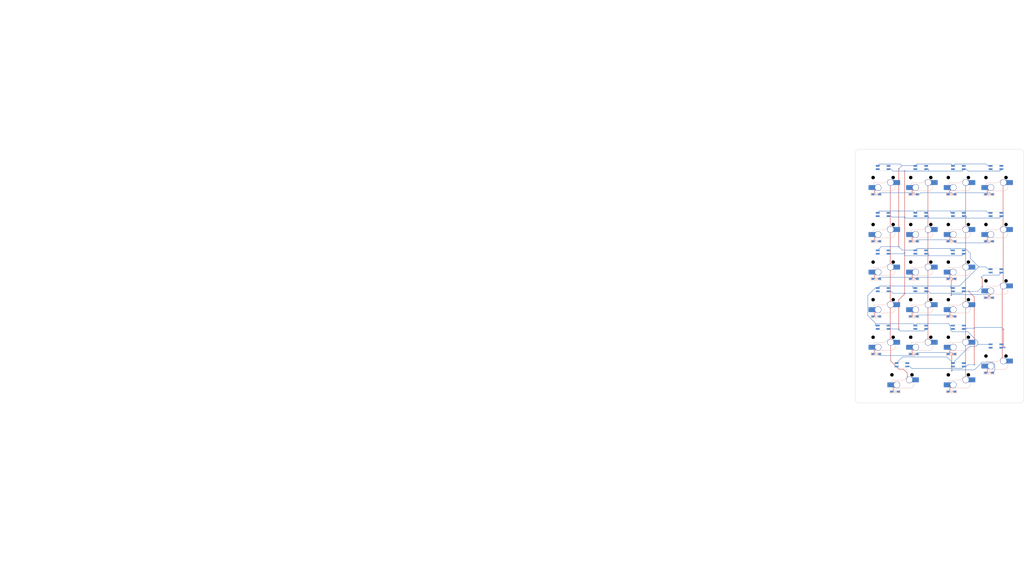
<source format=kicad_pcb>
(kicad_pcb (version 20241229) (generator "pcbnew") (generator_version "9.0")
  (title_block (title "DeltaForm") (date "2025-07-02") (rev "0.3.3") (company "Allen Choi"))
  (layers (0 "F.Cu" signal) (2 "B.Cu" signal) (13 "F.Paste" user) (15 "B.Paste" user) (5 "F.SilkS" user "F.Silkscreen") (7 "B.SilkS" user "B.Silkscreen") (1 "F.Mask" user) (3 "B.Mask" user) (25 "Edge.Cuts" user))
  (net 0 "")
  (net 1 "GND")
  (net 2 "row_12")
  (net 3 "Net-(D1-A)")
  (net 4 "row_13")
  (net 5 "Net-(D2-A)")
  (net 6 "col_4")
  (net 7 "Net-(D3-A)")
  (net 8 "Net-(D4-A)")
  (net 9 "col_3")
  (net 10 "Net-(D5-A)")
  (net 11 "Net-(D6-A)")
  (net 12 "Net-(D7-A)")
  (net 13 "Net-(D8-A)")
  (net 14 "row_14")
  (net 15 "Net-(D9-A)")
  (net 16 "Net-(D10-A)")
  (net 17 "Net-(D11-A)")
  (net 18 "Net-(D12-A)")
  (net 19 "row_15")
  (net 20 "Net-(D13-A)")
  (net 21 "Net-(D14-A)")
  (net 22 "Net-(D15-A)")
  (net 23 "row_16")
  (net 24 "VCC")
  (net 25 "Net-(D16-A)")
  (net 26 "Net-(D17-A)")
  (net 27 "row_17")
  (net 28 "Net-(D18-A)")
  (net 29 "Net-(D19-A)")
  (net 30 "Net-(D20-A)")
  (net 31 "Net-(D21-A)")
  (net 32 "col_5")
  (net 33 "col_6")
  (footprint "TB2086_KEYSWITCH:SW_MX_HS_1u" (layer "F.Cu") (at 447.3 151.9125 180)
    (property "Reference" "S12" (hide yes))
    (property "Value" "SW_MX_HS")
  )
  (footprint "TB2086_KEYSWITCH:SW_MX_HS_1u" (layer "F.Cu") (at 485.4 113.8125 180)
    (property "Reference" "S6" (hide yes))
    (property "Value" "SW_MX_HS")
  )
  (footprint "TB2086_KEYSWITCH:SW_MX_HS_1u" (layer "F.Cu") (at 466.35 151.9125 180)
    (property "Reference" "S13" (hide yes))
    (property "Value" "SW_MX_HS")
  )
  (footprint "Stabilizer_Cherry_MX_2.00u" (layer "F.Cu") (at 456.825 190.0125)
    (property "Reference" "STB3" (hide yes))
    (property "Value" "MX_stab")
  )
  (footprint "TB2086_KEYSWITCH:SW_MX_HS_1u" (layer "F.Cu") (at 485.4 151.9125 180)
    (property "Reference" "S14" (hide yes))
    (property "Value" "SW_MX_HS")
  )
  (footprint "TB2086_KEYSWITCH:SW_MX_HS_1u" (layer "F.Cu") (at 466.35 132.8625 180)
    (property "Reference" "S10" (hide yes))
    (property "Value" "SW_MX_HS")
  )
  (footprint "TB2086_KEYSWITCH:SW_MX_HS_1u" (layer "F.Cu") (at 485.4 170.9625 180)
    (property "Reference" "S17" (hide yes))
    (property "Value" "SW_MX_HS")
  )
  (footprint "TB2086_KEYSWITCH:SW_MX_HS_1u" (layer "F.Cu") (at 504.45 180.4875 180)
    (property "Reference" "S20" (hide yes))
    (property "Value" "SW_MX_HS")
  )
  (footprint "TB2086_KEYSWITCH:SW_MX_HS_1u" (layer "F.Cu") (at 466.35 170.9625 180)
    (property "Reference" "S16" (hide yes))
    (property "Value" "SW_MX_HS")
  )
  (footprint "TB2086_KEYSWITCH:SW_MX_HS_1u" (layer "F.Cu") (at 447.3 170.9625 180)
    (property "Reference" "S15" (hide yes))
    (property "Value" "SW_MX_HS")
  )
  (footprint "TB2086_KEYSWITCH:SW_MX_HS_1u" (layer "F.Cu") (at 504.45 142.3875 180)
    (property "Reference" "S19" (hide yes))
    (property "Value" "SW_MX_HS")
  )
  (footprint "Stabilizer_Cherry_MX_2.00u" (layer "F.Cu") (at 504.45 142.3875 -90)
    (property "Reference" "STB1" (hide yes))
    (property "Value" "MX_stab")
  )
  (footprint "TB2086_KEYSWITCH:SW_MX_HS_1u" (layer "F.Cu") (at 466.35 113.8125 180)
    (property "Reference" "S4" (hide yes))
    (property "Value" "SW_MX_HS")
  )
  (footprint "TB2086_KEYSWITCH:SW_MX_HS_1u" (layer "F.Cu") (at 485.4 132.8625 180)
    (property "Reference" "S11" (hide yes))
    (property "Value" "SW_MX_HS")
  )
  (footprint "TB2086_KEYSWITCH:SW_MX_HS_1u" (layer "F.Cu") (at 447.3 113.8125 180)
    (property "Reference" "S2" (hide yes))
    (property "Value" "SW_MX_HS")
  )
  (footprint "TB2086_KEYSWITCH:SW_MX_HS_1u" (layer "F.Cu") (at 485.4 190.0125 180)
    (property "Reference" "S18" (hide yes))
    (property "Value" "SW_MX_HS")
  )
  (footprint "TB2086_KEYSWITCH:SW_MX_HS_2u" (layer "F.Cu") (at 456.825 190.0125 180)
    (property "Reference" "S21")
    (property "Value" "SW_MX_HS" (hide yes))
  )
  (footprint "Stabilizer_Cherry_MX_2.00u" (layer "F.Cu") (at 504.45 180.4875 -90)
    (property "Reference" "STB2" (hide yes))
    (property "Value" "MX_stab")
  )
  (footprint "TB2086_KEYSWITCH:SW_MX_HS_1u" (layer "F.Cu") (at 447.3 132.8625 180)
    (property "Reference" "S9" (hide yes))
    (property "Value" "SW_MX_HS")
  )
  (footprint "TB2086_KEYSWITCH:SW_MX_HS_1u" (layer "F.Cu") (at 466.35 90 180)
    (property "Reference" "S3" (hide yes))
    (property "Value" "SW_MX_HS")
  )
  (footprint "TB2086_KEYSWITCH:SW_MX_HS_1u" (layer "F.Cu") (at 504.45 113.8125 180)
    (property "Reference" "S8" (hide yes))
    (property "Value" "SW_MX_HS")
  )
  (footprint "TB2086_KEYSWITCH:SW_MX_HS_1u" (layer "F.Cu") (at 504.45 90 180)
    (property "Reference" "S7" (hide yes))
    (property "Value" "SW_MX_HS")
  )
  (footprint "TB2086_KEYSWITCH:SW_MX_HS_1u" (layer "F.Cu") (at 485.4 90 180)
    (property "Reference" "S5" (hide yes))
    (property "Value" "SW_MX_HS")
  )
  (footprint "TB2086_KEYSWITCH:SW_MX_HS_1u" (layer "F.Cu") (at 447.3 90 180)
    (property "Reference" "S1" (hide yes))
    (property "Value" "SW_MX_HS")
  )
  (footprint "TB2086_LED:LED_SK6812MINI-E" (layer "B.Cu") (at 466.35 146.8325)
    (property "Reference" "L13")
    (property "Value" "TB2086_LED:LED_SK6812MINI-E" (hide yes))
    (fp_line (start -1.7 -1.5) (end 1.7 -1.5) (stroke (width 0.12)) (layer "Edge.Cuts"))
    (fp_line (start -1.7 1.5) (end -1.7 -1.5) (stroke (width 0.12)) (layer "Edge.Cuts"))
    (fp_line (start 1.7 -1.5) (end 1.7 1.5) (stroke (width 0.12)) (layer "Edge.Cuts"))
    (fp_line (start 1.7 1.5) (end -1.7 1.5) (stroke (width 0.12)) (layer "Edge.Cuts"))
  )
  (footprint "TB2086_SMD:D3_SMD" (layer "B.Cu") (at 481.9 160.4125 180)
    (property "Reference" "D14" (hide yes))
    (property "Value" "1N4148W")
  )
  (footprint "TB2086_LED:LED_SK6812MINI-E" (layer "B.Cu") (at 447.3 84.92)
    (property "Reference" "L1")
    (property "Value" "TB2086_LED:LED_SK6812MINI-E" (hide yes))
    (fp_line (start -1.7 -1.5) (end 1.7 -1.5) (stroke (width 0.12)) (layer "Edge.Cuts"))
    (fp_line (start -1.7 1.5) (end -1.7 -1.5) (stroke (width 0.12)) (layer "Edge.Cuts"))
    (fp_line (start 1.7 -1.5) (end 1.7 1.5) (stroke (width 0.12)) (layer "Edge.Cuts"))
    (fp_line (start 1.7 1.5) (end -1.7 1.5) (stroke (width 0.12)) (layer "Edge.Cuts"))
  )
  (footprint "TB2086_SMD:D3_SMD" (layer "B.Cu") (at 462.85 160.4125 180)
    (property "Reference" "D13" (hide yes))
    (property "Value" "1N4148W")
  )
  (footprint "TB2086_SMD:D3_SMD" (layer "B.Cu") (at 500.95 122.3125 180)
    (property "Reference" "D8" (hide yes))
    (property "Value" "1N4148W")
  )
  (footprint "TB2086_SMD:D3_SMD" (layer "B.Cu") (at 500.95 150.8875 180)
    (property "Reference" "D19" (hide yes))
    (property "Value" "1N4148W")
  )
  (footprint "TB2086_SMD:D3_SMD" (layer "B.Cu") (at 500.95 98.5 180)
    (property "Reference" "D7" (hide yes))
    (property "Value" "1N4148W")
  )
  (footprint "TB2086_LED:LED_SK6812MINI-E" (layer "B.Cu") (at 466.35 84.92)
    (property "Reference" "L3")
    (property "Value" "TB2086_LED:LED_SK6812MINI-E" (hide yes))
    (fp_line (start -1.7 -1.5) (end 1.7 -1.5) (stroke (width 0.12)) (layer "Edge.Cuts"))
    (fp_line (start -1.7 1.5) (end -1.7 -1.5) (stroke (width 0.12)) (layer "Edge.Cuts"))
    (fp_line (start 1.7 -1.5) (end 1.7 1.5) (stroke (width 0.12)) (layer "Edge.Cuts"))
    (fp_line (start 1.7 1.5) (end -1.7 1.5) (stroke (width 0.12)) (layer "Edge.Cuts"))
  )
  (footprint "TB2086_LED:LED_SK6812MINI-E" (layer "B.Cu") (at 504.45 108.7325)
    (property "Reference" "L8")
    (property "Value" "TB2086_LED:LED_SK6812MINI-E" (hide yes))
    (fp_line (start -1.7 -1.5) (end 1.7 -1.5) (stroke (width 0.12)) (layer "Edge.Cuts"))
    (fp_line (start -1.7 1.5) (end -1.7 -1.5) (stroke (width 0.12)) (layer "Edge.Cuts"))
    (fp_line (start 1.7 -1.5) (end 1.7 1.5) (stroke (width 0.12)) (layer "Edge.Cuts"))
    (fp_line (start 1.7 1.5) (end -1.7 1.5) (stroke (width 0.12)) (layer "Edge.Cuts"))
  )
  (footprint "TB2086_SMD:D3_SMD" (layer "B.Cu") (at 443.8 141.3625 180)
    (property "Reference" "D9" (hide yes))
    (property "Value" "1N4148W")
  )
  (footprint "TB2086_LED:LED_SK6812MINI-E" (layer "B.Cu") (at 447.3 127.7825)
    (property "Reference" "L9")
    (property "Value" "TB2086_LED:LED_SK6812MINI-E" (hide yes))
    (fp_line (start -1.7 -1.5) (end 1.7 -1.5) (stroke (width 0.12)) (layer "Edge.Cuts"))
    (fp_line (start -1.7 1.5) (end -1.7 -1.5) (stroke (width 0.12)) (layer "Edge.Cuts"))
    (fp_line (start 1.7 -1.5) (end 1.7 1.5) (stroke (width 0.12)) (layer "Edge.Cuts"))
    (fp_line (start 1.7 1.5) (end -1.7 1.5) (stroke (width 0.12)) (layer "Edge.Cuts"))
  )
  (footprint "TB2086_LED:LED_SK6812MINI-E" (layer "B.Cu") (at 485.4 108.7325)
    (property "Reference" "L6")
    (property "Value" "TB2086_LED:LED_SK6812MINI-E" (hide yes))
    (fp_line (start -1.7 -1.5) (end 1.7 -1.5) (stroke (width 0.12)) (layer "Edge.Cuts"))
    (fp_line (start -1.7 1.5) (end -1.7 -1.5) (stroke (width 0.12)) (layer "Edge.Cuts"))
    (fp_line (start 1.7 -1.5) (end 1.7 1.5) (stroke (width 0.12)) (layer "Edge.Cuts"))
    (fp_line (start 1.7 1.5) (end -1.7 1.5) (stroke (width 0.12)) (layer "Edge.Cuts"))
  )
  (footprint "TB2086_LED:LED_SK6812MINI-E" (layer "B.Cu") (at 485.4 146.8325)
    (property "Reference" "L14")
    (property "Value" "TB2086_LED:LED_SK6812MINI-E" (hide yes))
    (fp_line (start -1.7 -1.5) (end 1.7 -1.5) (stroke (width 0.12)) (layer "Edge.Cuts"))
    (fp_line (start -1.7 1.5) (end -1.7 -1.5) (stroke (width 0.12)) (layer "Edge.Cuts"))
    (fp_line (start 1.7 -1.5) (end 1.7 1.5) (stroke (width 0.12)) (layer "Edge.Cuts"))
    (fp_line (start 1.7 1.5) (end -1.7 1.5) (stroke (width 0.12)) (layer "Edge.Cuts"))
  )
  (footprint "TB2086_SMD:D3_SMD" (layer "B.Cu") (at 462.85 141.3625 180)
    (property "Reference" "D10" (hide yes))
    (property "Value" "1N4148W")
  )
  (footprint "TB2086_LED:LED_SK6812MINI-E" (layer "B.Cu") (at 504.45 137.3075)
    (property "Reference" "L19")
    (property "Value" "TB2086_LED:LED_SK6812MINI-E" (hide yes))
    (fp_line (start -1.7 -1.5) (end 1.7 -1.5) (stroke (width 0.12)) (layer "Edge.Cuts"))
    (fp_line (start -1.7 1.5) (end -1.7 -1.5) (stroke (width 0.12)) (layer "Edge.Cuts"))
    (fp_line (start 1.7 -1.5) (end 1.7 1.5) (stroke (width 0.12)) (layer "Edge.Cuts"))
    (fp_line (start 1.7 1.5) (end -1.7 1.5) (stroke (width 0.12)) (layer "Edge.Cuts"))
  )
  (footprint "TB2086_LED:LED_SK6812MINI-E" (layer "B.Cu") (at 466.35 165.8825)
    (property "Reference" "L16")
    (property "Value" "TB2086_LED:LED_SK6812MINI-E" (hide yes))
    (fp_line (start -1.7 -1.5) (end 1.7 -1.5) (stroke (width 0.12)) (layer "Edge.Cuts"))
    (fp_line (start -1.7 1.5) (end -1.7 -1.5) (stroke (width 0.12)) (layer "Edge.Cuts"))
    (fp_line (start 1.7 -1.5) (end 1.7 1.5) (stroke (width 0.12)) (layer "Edge.Cuts"))
    (fp_line (start 1.7 1.5) (end -1.7 1.5) (stroke (width 0.12)) (layer "Edge.Cuts"))
  )
  (footprint "TB2086_LED:LED_SK6812MINI-E" (layer "B.Cu") (at 466.35 127.7825)
    (property "Reference" "L10")
    (property "Value" "TB2086_LED:LED_SK6812MINI-E" (hide yes))
    (fp_line (start -1.7 -1.5) (end 1.7 -1.5) (stroke (width 0.12)) (layer "Edge.Cuts"))
    (fp_line (start -1.7 1.5) (end -1.7 -1.5) (stroke (width 0.12)) (layer "Edge.Cuts"))
    (fp_line (start 1.7 -1.5) (end 1.7 1.5) (stroke (width 0.12)) (layer "Edge.Cuts"))
    (fp_line (start 1.7 1.5) (end -1.7 1.5) (stroke (width 0.12)) (layer "Edge.Cuts"))
  )
  (footprint "TB2086_SMD:D3_SMD" (layer "B.Cu") (at 481.9 141.3625 180)
    (property "Reference" "D11" (hide yes))
    (property "Value" "1N4148W")
  )
  (footprint "TB2086_LED:LED_SK6812MINI-E" (layer "B.Cu") (at 485.4 184.9325)
    (property "Reference" "L18")
    (property "Value" "TB2086_LED:LED_SK6812MINI-E" (hide yes))
    (fp_line (start -1.7 -1.5) (end 1.7 -1.5) (stroke (width 0.12)) (layer "Edge.Cuts"))
    (fp_line (start -1.7 1.5) (end -1.7 -1.5) (stroke (width 0.12)) (layer "Edge.Cuts"))
    (fp_line (start 1.7 -1.5) (end 1.7 1.5) (stroke (width 0.12)) (layer "Edge.Cuts"))
    (fp_line (start 1.7 1.5) (end -1.7 1.5) (stroke (width 0.12)) (layer "Edge.Cuts"))
  )
  (footprint "TB2086_SMD:D3_SMD" (layer "B.Cu") (at 481.9 122.3125 180)
    (property "Reference" "D6" (hide yes))
    (property "Value" "1N4148W")
  )
  (footprint "TB2086_LED:LED_SK6812MINI-E" (layer "B.Cu") (at 485.4 84.92)
    (property "Reference" "L5")
    (property "Value" "TB2086_LED:LED_SK6812MINI-E" (hide yes))
    (fp_line (start -1.7 -1.5) (end 1.7 -1.5) (stroke (width 0.12)) (layer "Edge.Cuts"))
    (fp_line (start -1.7 1.5) (end -1.7 -1.5) (stroke (width 0.12)) (layer "Edge.Cuts"))
    (fp_line (start 1.7 -1.5) (end 1.7 1.5) (stroke (width 0.12)) (layer "Edge.Cuts"))
    (fp_line (start 1.7 1.5) (end -1.7 1.5) (stroke (width 0.12)) (layer "Edge.Cuts"))
  )
  (footprint "TB2086_LED:LED_SK6812MINI-E" (layer "B.Cu") (at 485.4 165.8825)
    (property "Reference" "L17")
    (property "Value" "TB2086_LED:LED_SK6812MINI-E" (hide yes))
    (fp_line (start -1.7 -1.5) (end 1.7 -1.5) (stroke (width 0.12)) (layer "Edge.Cuts"))
    (fp_line (start -1.7 1.5) (end -1.7 -1.5) (stroke (width 0.12)) (layer "Edge.Cuts"))
    (fp_line (start 1.7 -1.5) (end 1.7 1.5) (stroke (width 0.12)) (layer "Edge.Cuts"))
    (fp_line (start 1.7 1.5) (end -1.7 1.5) (stroke (width 0.12)) (layer "Edge.Cuts"))
  )
  (footprint "TB2086_SMD:D3_SMD" (layer "B.Cu") (at 453.325 198.5125 180)
    (property "Reference" "D21" (hide yes))
    (property "Value" "1N4148W")
  )
  (footprint "TB2086_SMD:D3_SMD" (layer "B.Cu") (at 481.9 198.5125 180)
    (property "Reference" "D18" (hide yes))
    (property "Value" "1N4148W")
  )
  (footprint "TB2086_LED:LED_SK6812MINI-E" (layer "B.Cu") (at 466.35 108.7325)
    (property "Reference" "L4")
    (property "Value" "TB2086_LED:LED_SK6812MINI-E" (hide yes))
    (fp_line (start -1.7 -1.5) (end 1.7 -1.5) (stroke (width 0.12)) (layer "Edge.Cuts"))
    (fp_line (start -1.7 1.5) (end -1.7 -1.5) (stroke (width 0.12)) (layer "Edge.Cuts"))
    (fp_line (start 1.7 -1.5) (end 1.7 1.5) (stroke (width 0.12)) (layer "Edge.Cuts"))
    (fp_line (start 1.7 1.5) (end -1.7 1.5) (stroke (width 0.12)) (layer "Edge.Cuts"))
  )
  (footprint "TB2086_SMD:D3_SMD" (layer "B.Cu") (at 462.85 179.4625 180)
    (property "Reference" "D16" (hide yes))
    (property "Value" "1N4148W")
  )
  (footprint "TB2086_SMD:D3_SMD" (layer "B.Cu") (at 462.85 122.3125 180)
    (property "Reference" "D4" (hide yes))
    (property "Value" "1N4148W")
  )
  (footprint "TB2086_SMD:D3_SMD" (layer "B.Cu") (at 500.95 188.9875 180)
    (property "Reference" "D20" (hide yes))
    (property "Value" "1N4148W")
  )
  (footprint "TB2086_LED:LED_SK6812MINI-E" (layer "B.Cu") (at 447.3 146.8325)
    (property "Reference" "L12")
    (property "Value" "TB2086_LED:LED_SK6812MINI-E" (hide yes))
    (fp_line (start -1.7 -1.5) (end 1.7 -1.5) (stroke (width 0.12)) (layer "Edge.Cuts"))
    (fp_line (start -1.7 1.5) (end -1.7 -1.5) (stroke (width 0.12)) (layer "Edge.Cuts"))
    (fp_line (start 1.7 -1.5) (end 1.7 1.5) (stroke (width 0.12)) (layer "Edge.Cuts"))
    (fp_line (start 1.7 1.5) (end -1.7 1.5) (stroke (width 0.12)) (layer "Edge.Cuts"))
  )
  (footprint "TB2086_SMD:D3_SMD" (layer "B.Cu") (at 443.8 122.3125 180)
    (property "Reference" "D2" (hide yes))
    (property "Value" "1N4148W")
  )
  (footprint "TB2086_LED:LED_SK6812MINI-E" (layer "B.Cu") (at 485.4 127.7825)
    (property "Reference" "L11")
    (property "Value" "TB2086_LED:LED_SK6812MINI-E" (hide yes))
    (fp_line (start -1.7 -1.5) (end 1.7 -1.5) (stroke (width 0.12)) (layer "Edge.Cuts"))
    (fp_line (start -1.7 1.5) (end -1.7 -1.5) (stroke (width 0.12)) (layer "Edge.Cuts"))
    (fp_line (start 1.7 -1.5) (end 1.7 1.5) (stroke (width 0.12)) (layer "Edge.Cuts"))
    (fp_line (start 1.7 1.5) (end -1.7 1.5) (stroke (width 0.12)) (layer "Edge.Cuts"))
  )
  (footprint "TB2086_SMD:D3_SMD" (layer "B.Cu") (at 443.8 98.5 180)
    (property "Reference" "D1" (hide yes))
    (property "Value" "1N4148W")
  )
  (footprint "TB2086_LED:LED_SK6812MINI-E" (layer "B.Cu") (at 447.3 108.7325)
    (property "Reference" "L2")
    (property "Value" "TB2086_LED:LED_SK6812MINI-E" (hide yes))
    (fp_line (start -1.7 -1.5) (end 1.7 -1.5) (stroke (width 0.12)) (layer "Edge.Cuts"))
    (fp_line (start -1.7 1.5) (end -1.7 -1.5) (stroke (width 0.12)) (layer "Edge.Cuts"))
    (fp_line (start 1.7 -1.5) (end 1.7 1.5) (stroke (width 0.12)) (layer "Edge.Cuts"))
    (fp_line (start 1.7 1.5) (end -1.7 1.5) (stroke (width 0.12)) (layer "Edge.Cuts"))
  )
  (footprint "TB2086_SMD:D3_SMD" (layer "B.Cu") (at 462.85 98.5 180)
    (property "Reference" "D3" (hide yes))
    (property "Value" "1N4148W")
  )
  (footprint "TB2086_SMD:D3_SMD" (layer "B.Cu") (at 443.8 179.4625 180)
    (property "Reference" "D15" (hide yes))
    (property "Value" "1N4148W")
  )
  (footprint "TB2086_LED:LED_SK6812MINI-E" (layer "B.Cu") (at 456.825 184.9325)
    (property "Reference" "L21")
    (property "Value" "TB2086_LED:LED_SK6812MINI-E" (hide yes))
    (fp_line (start -1.7 -1.5) (end 1.7 -1.5) (stroke (width 0.12)) (layer "Edge.Cuts"))
    (fp_line (start -1.7 1.5) (end -1.7 -1.5) (stroke (width 0.12)) (layer "Edge.Cuts"))
    (fp_line (start 1.7 -1.5) (end 1.7 1.5) (stroke (width 0.12)) (layer "Edge.Cuts"))
    (fp_line (start 1.7 1.5) (end -1.7 1.5) (stroke (width 0.12)) (layer "Edge.Cuts"))
  )
  (footprint "TB2086_SMD:D3_SMD" (layer "B.Cu") (at 481.9 98.5 180)
    (property "Reference" "D5" (hide yes))
    (property "Value" "1N4148W")
  )
  (footprint "TB2086_LED:LED_SK6812MINI-E" (layer "B.Cu") (at 504.45 84.92)
    (property "Reference" "L7")
    (property "Value" "TB2086_LED:LED_SK6812MINI-E" (hide yes))
    (fp_line (start -1.7 -1.5) (end 1.7 -1.5) (stroke (width 0.12)) (layer "Edge.Cuts"))
    (fp_line (start -1.7 1.5) (end -1.7 -1.5) (stroke (width 0.12)) (layer "Edge.Cuts"))
    (fp_line (start 1.7 -1.5) (end 1.7 1.5) (stroke (width 0.12)) (layer "Edge.Cuts"))
    (fp_line (start 1.7 1.5) (end -1.7 1.5) (stroke (width 0.12)) (layer "Edge.Cuts"))
  )
  (footprint "TB2086_LED:LED_SK6812MINI-E" (layer "B.Cu") (at 504.45 175.4075)
    (property "Reference" "L20")
    (property "Value" "TB2086_LED:LED_SK6812MINI-E" (hide yes))
    (fp_line (start -1.7 -1.5) (end 1.7 -1.5) (stroke (width 0.12)) (layer "Edge.Cuts"))
    (fp_line (start -1.7 1.5) (end -1.7 -1.5) (stroke (width 0.12)) (layer "Edge.Cuts"))
    (fp_line (start 1.7 -1.5) (end 1.7 1.5) (stroke (width 0.12)) (layer "Edge.Cuts"))
    (fp_line (start 1.7 1.5) (end -1.7 1.5) (stroke (width 0.12)) (layer "Edge.Cuts"))
  )
  (footprint "TB2086_SMD:D3_SMD" (layer "B.Cu") (at 443.8 160.4125 180)
    (property "Reference" "D12" (hide yes))
    (property "Value" "1N4148W")
  )
  (footprint "TB2086_LED:LED_SK6812MINI-E" (layer "B.Cu") (at 447.3 165.8825)
    (property "Reference" "L15")
    (property "Value" "TB2086_LED:LED_SK6812MINI-E" (hide yes))
    (fp_line (start -1.7 -1.5) (end 1.7 -1.5) (stroke (width 0.12)) (layer "Edge.Cuts"))
    (fp_line (start -1.7 1.5) (end -1.7 -1.5) (stroke (width 0.12)) (layer "Edge.Cuts"))
    (fp_line (start 1.7 -1.5) (end 1.7 1.5) (stroke (width 0.12)) (layer "Edge.Cuts"))
    (fp_line (start 1.7 1.5) (end -1.7 1.5) (stroke (width 0.12)) (layer "Edge.Cuts"))
  )
  (footprint "TB2086_SMD:D3_SMD" (layer "B.Cu") (at 481.9 179.4625 180)
    (property "Reference" "D17" (hide yes))
    (property "Value" "1N4148W")
  )
  (gr_arc (start 435.175 204.3) (mid 433.760786 203.714214) (end 433.175 202.3) (stroke (width 0.15)) (layer "Edge.Cuts"))
  (gr_arc (start 433.175 77.7125) (mid 433.760786 76.298286) (end 435.175 75.7125) (stroke (width 0.15)) (layer "Edge.Cuts"))
  (gr_line (start 518.575 77.7125) (end 518.575 202.3) (stroke (width 0.15)) (layer "Edge.Cuts"))
  (gr_arc (start 516.575 75.7125) (mid 517.989214 76.298286) (end 518.575 77.7125) (stroke (width 0.15)) (layer "Edge.Cuts"))
  (gr_line (start 516.575 204.3) (end 435.175 204.3) (stroke (width 0.15)) (layer "Edge.Cuts"))
  (gr_line (start 433.175 202.3) (end 433.175 77.7125) (stroke (width 0.15)) (layer "Edge.Cuts"))
  (gr_arc (start 518.575 202.3) (mid 517.989214 203.714214) (end 516.575 204.3) (stroke (width 0.15)) (layer "Edge.Cuts"))
  (gr_line (start 435.175 75.7125) (end 516.575 75.7125) (stroke (width 0.15)) (layer "Edge.Cuts"))
  (segment (start 493.4517 150.4991) (end 493.4517 166.4067) (width 0.2) (layer "F.Cu") (net 1))
  (segment (start 458.1653 128.0249) (end 458.1653 148.9906) (width 0.2) (layer "F.Cu") (net 1))
  (segment (start 458.1653 148.9906) (end 458.1653 148.6845) (width 0.2) (layer "F.Cu") (net 1))
  (segment (start 508.2655 166.9612) (end 508.2655 175.4854) (width 0.2) (layer "F.Cu") (net 1))
  (segment (start 458.1653 110.0543) (end 458.1653 128.0249) (width 0.2) (layer "F.Cu") (net 1))
  (segment (start 508.2655 175.4854) (end 508.9859 176.2058) (width 0.2) (layer "F.Cu") (net 1))
  (segment (start 493.4517 166.4067) (end 493.4517 184.7966) (width 0.2) (layer "F.Cu") (net 1))
  (segment (start 490.6351 147.6825) (end 493.4517 150.4991) (width 0.2) (layer "F.Cu") (net 1))
  (segment (start 455.2135 166.9612) (end 455.2135 151.9424) (width 0.2) (layer "F.Cu") (net 1))
  (segment (start 497.5242 141.0125) (end 497.0882 140.5765) (width 0.2) (layer "F.Cu") (net 1))
  (segment (start 497.5242 145.3522) (end 497.5242 141.0125) (width 0.2) (layer "F.Cu") (net 1))
  (segment (start 493.4517 184.7966) (end 493.5153 184.8602) (width 0.2) (layer "F.Cu") (net 1))
  (segment (start 455.2135 151.9424) (end 458.1653 148.9906) (width 0.2) (layer "F.Cu") (net 1))
  (segment (start 458.1653 110.0543) (end 458.1653 86.6998) (width 0.2) (layer "F.Cu") (net 1))
  (via (at 490.6351 147.6825) (size 0.6) (drill 0.3) (layers "F.Cu" "B.Cu") (net 1))
  (via (at 458.1653 148.6845) (size 0.6) (drill 0.3) (layers "F.Cu" "B.Cu") (net 1))
  (via (at 493.4517 166.4067) (size 0.6) (drill 0.3) (layers "F.Cu" "B.Cu") (net 1))
  (via (at 497.0882 140.5765) (size 0.6) (drill 0.3) (layers "F.Cu" "B.Cu") (net 1))
  (via (at 508.9859 176.2058) (size 0.6) (drill 0.3) (layers "F.Cu" "B.Cu") (net 1))
  (via (at 497.5242 145.3522) (size 0.6) (drill 0.3) (layers "F.Cu" "B.Cu") (net 1))
  (via (at 455.2135 166.9612) (size 0.6) (drill 0.3) (layers "F.Cu" "B.Cu") (net 1))
  (via (at 458.1653 86.6998) (size 0.6) (drill 0.3) (layers "F.Cu" "B.Cu") (net 1))
  (via (at 458.1653 110.0543) (size 0.6) (drill 0.3) (layers "F.Cu" "B.Cu") (net 1))
  (via (at 493.5153 184.8602) (size 0.6) (drill 0.3) (layers "F.Cu" "B.Cu") (net 1))
  (via (at 458.1653 128.0249) (size 0.6) (drill 0.3) (layers "F.Cu" "B.Cu") (net 1))
  (via (at 508.2655 166.9612) (size 0.6) (drill 0.3) (layers "F.Cu" "B.Cu") (net 1))
  (segment (start 489.4017 166.7325) (end 489.7275 166.4067) (width 0.2) (layer "B.Cu") (net 1))
  (segment (start 458.1653 110.5845) (end 458.1653 110.0543) (width 0.2) (layer "B.Cu") (net 1))
  (segment (start 458.1653 86.6998) (end 458.7716 86.6998) (width 0.2) (layer "B.Cu") (net 1))
  (segment (start 507.2646 165.9603) (end 508.2655 166.9612) (width 0.2) (layer "B.Cu") (net 1))
  (segment (start 457.5577 128.6325) (end 458.1653 128.0249) (width 0.2) (layer "B.Cu") (net 1))
  (segment (start 458.1653 148.6845) (end 469.3497 148.6845) (width 0.2) (layer "B.Cu") (net 1))
  (segment (start 490.324 184.8602) (end 489.4017 185.7825) (width 0.2) (layer "B.Cu") (net 1))
  (segment (start 490.3534 86.7217) (end 489.4017 85.77) (width 0.2) (layer "B.Cu") (net 1))
  (segment (start 470.3517 86.7642) (end 470.3517 85.77) (width 0.2) (layer "B.Cu") (net 1))
  (segment (start 488.15 147.6825) (end 488.15 147.7597) (width 0.2) (layer "B.Cu") (net 1))
  (segment (start 451.3017 128.6325) (end 457.5577 128.6325) (width 0.2) (layer "B.Cu") (net 1))
  (segment (start 452.2315 86.6998) (end 451.3017 85.77) (width 0.2) (layer "B.Cu") (net 1))
  (segment (start 469.3497 148.6845) (end 470.3517 147.6825) (width 0.2) (layer "B.Cu") (net 1))
  (segment (start 507.2 85.9091) (end 506.3874 86.7217) (width 0.2) (layer "B.Cu") (net 1))
  (segment (start 495.1939 147.6825) (end 497.5242 145.3522) (width 0.2) (layer "B.Cu") (net 1))
  (segment (start 487.2773 86.7642) (end 470.3517 86.7642) (width 0.2) (layer "B.Cu") (net 1))
  (segment (start 450.05 128.6325) (end 451.3017 128.6325) (width 0.2) (layer "B.Cu") (net 1))
  (segment (start 469.1 109.5825) (end 470.3517 109.5825) (width 0.2) (layer "B.Cu") (net 1))
  (segment (start 488.15 85.8915) (end 487.2773 86.7642) (width 0.2) (layer "B.Cu") (net 1))
  (segment (start 506.3874 86.7217) (end 490.3534 86.7217) (width 0.2) (layer "B.Cu") (net 1))
  (segment (start 489.4017 109.5825) (end 489.4017 110.5845) (width 0.2) (layer "B.Cu") (net 1))
  (segment (start 450.05 85.77) (end 451.3017 85.77) (width 0.2) (layer "B.Cu") (net 1))
  (segment (start 488.15 185.9027) (end 487.3178 186.7349) (width 0.2) (layer "B.Cu") (net 1))
  (segment (start 507.2 138.2348) (end 507.2 138.1575) (width 0.2) (layer "B.Cu") (net 1))
  (segment (start 458.7716 86.6998) (end 458.7716 86.7642) (width 0.2) (layer "B.Cu") (net 1))
  (segment (start 469.1 85.77) (end 470.3517 85.77) (width 0.2) (layer "B.Cu") (net 1))
  (segment (start 488.15 128.6325) (end 488.15 128.7097) (width 0.2) (layer "B.Cu") (net 1))
  (segment (start 487.2252 148.6845) (end 471.3537 148.6845) (width 0.2) (layer "B.Cu") (net 1))
  (segment (start 452.3037 148.6845) (end 458.1653 148.6845) (width 0.2) (layer "B.Cu") (net 1))
  (segment (start 458.1653 86.6998) (end 452.2315 86.6998) (width 0.2) (layer "B.Cu") (net 1))
  (segment (start 488.15 128.7097) (end 487.2252 129.6345) (width 0.2) (layer "B.Cu") (net 1))
  (segment (start 469.1 166.8527) (end 468.2084 167.7443) (width 0.2) (layer "B.Cu") (net 1))
  (segment (start 488.15 147.7597) (end 487.2252 148.6845) (width 0.2) (layer "B.Cu") (net 1))
  (segment (start 493.8981 165.9603) (end 507.2646 165.9603) (width 0.2) (layer "B.Cu") (net 1))
  (segment (start 470.3517 110.5845) (end 470.3517 109.5825) (width 0.2) (layer "B.Cu") (net 1))
  (segment (start 451.7735 110.0543) (end 458.1653 110.0543) (width 0.2) (layer "B.Cu") (net 1))
  (segment (start 461.7791 186.7349) (end 460.8267 185.7825) (width 0.2) (layer "B.Cu") (net 1))
  (segment (start 469.1 166.7325) (end 469.1 166.8527) (width 0.2) (layer "B.Cu") (net 1))
  (segment (start 458.7716 86.7642) (end 470.3517 86.7642) (width 0.2) (layer "B.Cu") (net 1))
  (segment (start 470.3517 128.6325) (end 470.3517 129.6345) (width 0.2) (layer "B.Cu") (net 1))
  (segment (start 506.2752 110.5845) (end 489.4017 110.5845) (width 0.2) (layer "B.Cu") (net 1))
  (segment (start 507.2 85.77) (end 507.2 85.9091) (width 0.2) (layer "B.Cu") (net 1))
  (segment (start 450.05 147.6825) (end 451.3017 147.6825) (width 0.2) (layer "B.Cu") (net 1))
  (segment (start 487.3178 186.7349) (end 461.7791 186.7349) (width 0.2) (layer "B.Cu") (net 1))
  (segment (start 497.0882 140.5765) (end 498.1387 139.526) (width 0.2) (layer "B.Cu") (net 1))
  (segment (start 493.5153 184.8602) (end 490.324 184.8602) (width 0.2) (layer "B.Cu") (net 1))
  (segment (start 488.15 109.5825) (end 489.4017 109.5825) (width 0.2) (layer "B.Cu") (net 1))
  (segment (start 489.7275 166.4067) (end 493.4517 166.4067) (width 0.2) (layer "B.Cu") (net 1))
  (segment (start 498.1387 139.526) (end 505.9088 139.526) (width 0.2) (layer "B.Cu") (net 1))
  (segment (start 455.9966 167.7443) (end 455.2135 166.9612) (width 0.2) (layer "B.Cu") (net 1))
  (segment (start 493.4517 166.4067) (end 493.8981 165.9603) (width 0.2) (layer "B.Cu") (net 1))
  (segment (start 454.9848 166.7325) (end 455.2135 166.9612) (width 0.2) (layer "B.Cu") (net 1))
  (segment (start 451.3017 109.5825) (end 451.7735 110.0543) (width 0.2) (layer "B.Cu") (net 1))
  (segment (start 459.575 185.7825) (end 460.8267 185.7825) (width 0.2) (layer "B.Cu") (net 1))
  (segment (start 471.3537 148.6845) (end 470.3517 147.6825) (width 0.2) (layer "B.Cu") (net 1))
  (segment (start 450.05 109.5825) (end 451.3017 109.5825) (width 0.2) (layer "B.Cu") (net 1))
  (segment (start 508.5034 176.2058) (end 508.4517 176.2575) (width 0.2) (layer "B.Cu") (net 1))
  (segment (start 488.15 85.77) (end 488.15 85.8915) (width 0.2) (layer "B.Cu") (net 1))
  (segment (start 488.15 85.77) (end 489.4017 85.77) (width 0.2) (layer "B.Cu") (net 1))
  (segment (start 469.1 128.6325) (end 470.3517 128.6325) (width 0.2) (layer "B.Cu") (net 1))
  (segment (start 458.1653 129.6345) (end 458.1653 128.0249) (width 0.2) (layer "B.Cu") (net 1))
  (segment (start 488.15 185.7825) (end 489.4017 185.7825) (width 0.2) (layer "B.Cu") (net 1))
  (segment (start 488.15 166.7325) (end 489.4017 166.7325) (width 0.2) (layer "B.Cu") (net 1))
  (segment (start 508.9859 176.2058) (end 508.5034 176.2058) (width 0.2) (layer "B.Cu") (net 1))
  (segment (start 468.2084 167.7443) (end 455.9966 167.7443) (width 0.2) (layer "B.Cu") (net 1))
  (segment (start 450.05 166.7325) (end 454.9848 166.7325) (width 0.2) (layer "B.Cu") (net 1))
  (segment (start 451.3017 147.6825) (end 452.3037 148.6845) (width 0.2) (layer "B.Cu") (net 1))
  (segment (start 488.15 185.7825) (end 488.15 185.9027) (width 0.2) (layer "B.Cu") (net 1))
  (segment (start 490.6351 147.6825) (end 495.1939 147.6825) (width 0.2) (layer "B.Cu") (net 1))
  (segment (start 507.2 109.6597) (end 506.2752 110.5845) (width 0.2) (layer "B.Cu") (net 1))
  (segment (start 469.1 147.6825) (end 470.3517 147.6825) (width 0.2) (layer "B.Cu") (net 1))
  (segment (start 507.2 109.5825) (end 507.2 109.6597) (width 0.2) (layer "B.Cu") (net 1))
  (segment (start 470.3517 110.5845) (end 458.1653 110.5845) (width 0.2) (layer "B.Cu") (net 1))
  (segment (start 505.9088 139.526) (end 507.2 138.2348) (width 0.2) (layer "B.Cu") (net 1))
  (segment (start 470.3517 129.6345) (end 458.1653 129.6345) (width 0.2) (layer "B.Cu") (net 1))
  (segment (start 507.2 176.2575) (end 508.4517 176.2575) (width 0.2) (layer "B.Cu") (net 1))
  (segment (start 487.2252 129.6345) (end 470.3517 129.6345) (width 0.2) (layer "B.Cu") (net 1))
  (segment (start 489.4017 110.5845) (end 470.3517 110.5845) (width 0.2) (layer "B.Cu") (net 1))
  (segment (start 488.15 147.6825) (end 490.6351 147.6825) (width 0.2) (layer "B.Cu") (net 1))
  (segment (start 501.2178 97.7233) (end 483.675 97.7233) (width 0.2) (layer "B.Cu") (net 2))
  (segment (start 483.675 98.5) (end 483.1 98.5) (width 0.2) (layer "B.Cu") (net 2))
  (segment (start 482.0123 97.7233) (end 466.3534 97.7233) (width 0.2) (layer "B.Cu") (net 2))
  (segment (start 502.15 98.5) (end 501.9945 98.5) (width 0.2) (layer "B.Cu") (net 2))
  (segment (start 466.3534 97.7233) (end 465.5767 98.5) (width 0.2) (layer "B.Cu") (net 2))
  (segment (start 445.575 97.7233) (end 462.9623 97.7233) (width 0.2) (layer "B.Cu") (net 2))
  (segment (start 482.789 98.5) (end 482.9032 98.5) (width 0.2) (layer "B.Cu") (net 2))
  (segment (start 482.9445 98.5) (end 483.1 98.5) (width 0.2) (layer "B.Cu") (net 2))
  (segment (start 483.675 98.5) (end 483.675 97.7233) (width 0.2) (layer "B.Cu") (net 2))
  (segment (start 464.625 98.5) (end 465.5767 98.5) (width 0.2) (layer "B.Cu") (net 2))
  (segment (start 463.739 98.5) (end 464.05 98.5) (width 0.2) (layer "B.Cu") (net 2))
  (segment (start 501.9945 98.5) (end 501.839 98.5) (width 0.2) (layer "B.Cu") (net 2))
  (segment (start 462.9623 97.7233) (end 463.739 98.5) (width 0.2) (layer "B.Cu") (net 2))
  (segment (start 501.9945 98.5) (end 501.2178 97.7233) (width 0.2) (layer "B.Cu") (net 2))
  (segment (start 482.9032 98.5) (end 482.9445 98.5) (width 0.2) (layer "B.Cu") (net 2))
  (segment (start 502.725 98.5) (end 502.15 98.5) (width 0.2) (layer "B.Cu") (net 2))
  (segment (start 482.789 98.5) (end 482.0123 97.7233) (width 0.2) (layer "B.Cu") (net 2))
  (segment (start 444.689 98.5) (end 445 98.5) (width 0.2) (layer "B.Cu") (net 2))
  (segment (start 445.575 98.5) (end 445 98.5) (width 0.2) (layer "B.Cu") (net 2))
  (segment (start 464.625 98.5) (end 464.05 98.5) (width 0.2) (layer "B.Cu") (net 2))
  (segment (start 445.575 98.5) (end 445.575 97.7233) (width 0.2) (layer "B.Cu") (net 2))
  (segment (start 442.911 96.8686) (end 442.911 98.5) (width 0.2) (layer "F.Cu") (net 3))
  (segment (start 444.7098 95.0698) (end 442.911 96.8686) (width 0.2) (layer "F.Cu") (net 3))
  (segment (start 442.025 98.5) (end 442.6 98.5) (width 0.2) (layer "B.Cu") (net 3))
  (segment (start 442.911 98.5) (end 442.6 98.5) (width 0.2) (layer "B.Cu") (net 3))
  (segment (start 441.9848 95.0698) (end 444.7098 95.0698) (width 0.2) (layer "B.Cu") (net 3))
  (segment (start 483.675 122.3125) (end 483.1 122.3125) (width 0.2) (layer "B.Cu") (net 4))
  (segment (start 445.575 122.3125) (end 445 122.3125) (width 0.2) (layer "B.Cu") (net 4))
  (segment (start 501.2178 123.0892) (end 483.675 123.0892) (width 0.2) (layer "B.Cu") (net 4))
  (segment (start 501.839 122.3125) (end 501.9945 122.3125) (width 0.2) (layer "B.Cu") (net 4))
  (segment (start 501.9945 122.3125) (end 502.15 122.3125) (width 0.2) (layer "B.Cu") (net 4))
  (segment (start 502.725 122.3125) (end 502.15 122.3125) (width 0.2) (layer "B.Cu") (net 4))
  (segment (start 464.05 122.3125) (end 464.625 122.3125) (width 0.2) (layer "B.Cu") (net 4))
  (segment (start 501.9945 122.3125) (end 501.2178 123.0892) (width 0.2) (layer "B.Cu") (net 4))
  (segment (start 464.625 122.3125) (end 464.625 121.5358) (width 0.2) (layer "B.Cu") (net 4))
  (segment (start 482.0123 121.5358) (end 482.789 122.3125) (width 0.2) (layer "B.Cu") (net 4))
  (segment (start 483.675 122.3125) (end 483.675 123.0892) (width 0.2) (layer "B.Cu") (net 4))
  (segment (start 444.689 122.3125) (end 445 122.3125) (width 0.2) (layer "B.Cu") (net 4))
  (segment (start 464.05 122.3125) (end 463.739 122.3125) (width 0.2) (layer "B.Cu") (net 4))
  (segment (start 464.625 121.5358) (end 482.0123 121.5358) (width 0.2) (layer "B.Cu") (net 4))
  (segment (start 482.789 122.3125) (end 483.1 122.3125) (width 0.2) (layer "B.Cu") (net 4))
  (segment (start 444.7098 118.8823) (end 442.911 120.6811) (width 0.2) (layer "F.Cu") (net 5))
  (segment (start 442.911 120.6811) (end 442.911 122.3125) (width 0.2) (layer "F.Cu") (net 5))
  (segment (start 444.7098 118.8823) (end 441.9848 118.8823) (width 0.2) (layer "B.Cu") (net 5))
  (segment (start 442.911 122.3125) (end 442.6 122.3125) (width 0.2) (layer "B.Cu") (net 5))
  (segment (start 442.025 122.3125) (end 442.6 122.3125) (width 0.2) (layer "B.Cu") (net 5))
  (segment (start 469.9801 137.3335) (end 469.9801 135.522) (width 0.2) (layer "F.Cu") (net 6))
  (segment (start 469.9801 92.6595) (end 470.1098 92.5298) (width 0.2) (layer "F.Cu") (net 6))
  (segment (start 469.9801 137.3335) (end 469.9801 118.2539) (width 0.2) (layer "F.Cu") (net 6))
  (segment (start 469.9801 135.522) (end 470.1098 135.3923) (width 0.2) (layer "F.Cu") (net 6))
  (segment (start 470.0027 154.5494) (end 470.0027 173.3852) (width 0.2) (layer "F.Cu") (net 6))
  (segment (start 470.0027 173.3852) (end 470.1098 173.4923) (width 0.2) (layer "F.Cu") (net 6))
  (segment (start 469.9801 116.472) (end 470.1098 116.3423) (width 0.2) (layer "F.Cu") (net 6))
  (segment (start 469.9801 118.2539) (end 469.9801 92.6595) (width 0.2) (layer "F.Cu") (net 6))
  (segment (start 469.9801 154.3126) (end 469.9801 137.3335) (width 0.2) (layer "F.Cu") (net 6))
  (segment (start 469.9801 118.2539) (end 469.9801 116.472) (width 0.2) (layer "F.Cu") (net 6))
  (segment (start 470.1098 154.4423) (end 470.0027 154.5494) (width 0.2) (layer "F.Cu") (net 6))
  (segment (start 470.1098 154.4423) (end 469.9801 154.3126) (width 0.2) (layer "F.Cu") (net 6))
  (segment (start 470.1098 154.4423) (end 472.8348 154.4423) (width 0.2) (layer "B.Cu") (net 6))
  (segment (start 472.8348 92.5298) (end 470.1098 92.5298) (width 0.2) (layer "B.Cu") (net 6))
  (segment (start 470.1098 135.3923) (end 472.8348 135.3923) (width 0.2) (layer "B.Cu") (net 6))
  (segment (start 470.1098 116.3423) (end 472.8348 116.3423) (width 0.2) (layer "B.Cu") (net 6))
  (segment (start 472.8348 173.4923) (end 470.1098 173.4923) (width 0.2) (layer "B.Cu") (net 6))
  (segment (start 461.961 96.8686) (end 461.961 98.5) (width 0.2) (layer "F.Cu") (net 7))
  (segment (start 463.7598 95.0698) (end 461.961 96.8686) (width 0.2) (layer "F.Cu") (net 7))
  (segment (start 461.65 98.5) (end 461.961 98.5) (width 0.2) (layer "B.Cu") (net 7))
  (segment (start 461.0348 95.0698) (end 463.7598 95.0698) (width 0.2) (layer "B.Cu") (net 7))
  (segment (start 461.075 98.5) (end 461.65 98.5) (width 0.2) (layer "B.Cu") (net 7))
  (segment (start 463.7598 118.8823) (end 461.961 120.6811) (width 0.2) (layer "F.Cu") (net 8))
  (segment (start 461.961 120.6811) (end 461.961 122.3125) (width 0.2) (layer "F.Cu") (net 8))
  (segment (start 461.075 122.3125) (end 461.65 122.3125) (width 0.2) (layer "B.Cu") (net 8))
  (segment (start 463.7598 118.8823) (end 461.0348 118.8823) (width 0.2) (layer "B.Cu") (net 8))
  (segment (start 461.65 122.3125) (end 461.961 122.3125) (width 0.2) (layer "B.Cu") (net 8))
  (segment (start 451.0598 173.4923) (end 450.9327 173.3652) (width 0.2) (layer "F.Cu") (net 9))
  (segment (start 451.0598 154.4423) (end 450.9301 154.3126) (width 0.2) (layer "F.Cu") (net 9))
  (segment (start 450.9301 137.3335) (end 450.9301 135.522) (width 0.2) (layer "F.Cu") (net 9))
  (segment (start 450.9301 116.472) (end 451.0598 116.3423) (width 0.2) (layer "F.Cu") (net 9))
  (segment (start 450.9327 154.5694) (end 451.0598 154.4423) (width 0.2) (layer "F.Cu") (net 9))
  (segment (start 451.0598 92.5298) (end 450.9533 92.6363) (width 0.2) (layer "F.Cu") (net 9))
  (segment (start 460.5848 192.5423) (end 459.565 191.5225) (width 0.2) (layer "F.Cu") (net 9))
  (segment (start 450.9327 173.3652) (end 450.9327 154.5694) (width 0.2) (layer "F.Cu") (net 9))
  (segment (start 450.9301 137.3335) (end 450.9301 116.472) (width 0.2) (layer "F.Cu") (net 9))
  (segment (start 450.9301 154.3126) (end 450.9301 137.3335) (width 0.2) (layer "F.Cu") (net 9))
  (segment (start 451.0598 182.8809) (end 451.0598 173.4923) (width 0.2) (layer "F.Cu") (net 9))
  (segment (start 459.565 189.1515) (end 457.5867 187.1732) (width 0.2) (layer "F.Cu") (net 9))
  (segment (start 450.9533 92.6363) (end 450.9533 116.2358) (width 0.2) (layer "F.Cu") (net 9))
  (segment (start 455.3521 187.1732) (end 451.0598 182.8809) (width 0.2) (layer "F.Cu") (net 9))
  (segment (start 459.565 191.5225) (end 459.565 189.1515) (width 0.2) (layer "F.Cu") (net 9))
  (segment (start 450.9301 135.522) (end 451.0598 135.3923) (width 0.2) (layer "F.Cu") (net 9))
  (segment (start 457.5867 187.1732) (end 455.3521 187.1732) (width 0.2) (layer "F.Cu") (net 9))
  (segment (start 450.9533 116.2358) (end 451.0598 116.3423) (width 0.2) (layer "F.Cu") (net 9))
  (segment (start 453.7848 92.5298) (end 451.0598 92.5298) (width 0.2) (layer "B.Cu") (net 9))
  (segment (start 451.0598 173.4923) (end 453.7848 173.4923) (width 0.2) (layer "B.Cu") (net 9))
  (segment (start 451.0598 116.3423) (end 453.7848 116.3423) (width 0.2) (layer "B.Cu") (net 9))
  (segment (start 451.0598 154.4423) (end 453.7848 154.4423) (width 0.2) (layer "B.Cu") (net 9))
  (segment (start 451.0598 135.3923) (end 453.7848 135.3923) (width 0.2) (layer "B.Cu") (net 9))
  (segment (start 463.3098 192.5423) (end 460.5848 192.5423) (width 0.2) (layer "B.Cu") (net 9))
  (segment (start 482.8098 95.0698) (end 481.011 96.8686) (width 0.2) (layer "F.Cu") (net 10))
  (segment (start 481.011 96.8686) (end 481.011 98.5) (width 0.2) (layer "F.Cu") (net 10))
  (segment (start 482.8098 95.0698) (end 480.0848 95.0698) (width 0.2) (layer "B.Cu") (net 10))
  (segment (start 481.011 98.5) (end 480.7 98.5) (width 0.2) (layer "B.Cu") (net 10))
  (segment (start 480.125 98.5) (end 480.7 98.5) (width 0.2) (layer "B.Cu") (net 10))
  (segment (start 481.011 120.6811) (end 481.011 122.3125) (width 0.2) (layer "F.Cu") (net 11))
  (segment (start 482.8098 118.8823) (end 481.011 120.6811) (width 0.2) (layer "F.Cu") (net 11))
  (segment (start 482.8098 118.8823) (end 480.0848 118.8823) (width 0.2) (layer "B.Cu") (net 11))
  (segment (start 481.011 122.3125) (end 480.7 122.3125) (width 0.2) (layer "B.Cu") (net 11))
  (segment (start 480.125 122.3125) (end 480.7 122.3125) (width 0.2) (layer "B.Cu") (net 11))
  (segment (start 500.061 96.8686) (end 500.061 98.5) (width 0.2) (layer "F.Cu") (net 12))
  (segment (start 501.8598 95.0698) (end 500.061 96.8686) (width 0.2) (layer "F.Cu") (net 12))
  (segment (start 501.8598 95.0698) (end 499.1348 95.0698) (width 0.2) (layer "B.Cu") (net 12))
  (segment (start 500.061 98.5) (end 499.75 98.5) (width 0.2) (layer "B.Cu") (net 12))
  (segment (start 499.175 98.5) (end 499.75 98.5) (width 0.2) (layer "B.Cu") (net 12))
  (segment (start 501.8598 118.8823) (end 500.061 120.6811) (width 0.2) (layer "F.Cu") (net 13))
  (segment (start 500.061 120.6811) (end 500.061 122.3125) (width 0.2) (layer "F.Cu") (net 13))
  (segment (start 499.1348 118.8823) (end 501.8598 118.8823) (width 0.2) (layer "B.Cu") (net 13))
  (segment (start 499.175 122.3125) (end 499.75 122.3125) (width 0.2) (layer "B.Cu") (net 13))
  (segment (start 499.75 122.3125) (end 500.061 122.3125) (width 0.2) (layer "B.Cu") (net 13))
  (segment (start 481.7797 149.6363) (end 481.7797 149.3103) (width 0.2) (layer "F.Cu") (net 14))
  (segment (start 481.7797 149.6363) (end 481.7797 142.3718) (width 0.2) (layer "F.Cu") (net 14))
  (segment (start 481.7797 142.3718) (end 482.789 141.3625) (width 0.2) (layer "F.Cu") (net 14))
  (segment (start 481.7797 149.3103) (end 481.7797 149.6363) (width 0.2) (layer "F.Cu") (net 14))
  (via (at 481.7797 149.6363) (size 0.6) (drill 0.3) (layers "F.Cu" "B.Cu") (net 14))
  (segment (start 464.625 140.7991) (end 464.4117 140.5858) (width 0.2) (layer "B.Cu") (net 14))
  (segment (start 482.0123 140.5858) (end 464.625 140.5858) (width 0.2) (layer "B.Cu") (net 14))
  (segment (start 502.15 150.8875) (end 501.9945 150.8875) (width 0.2) (layer "B.Cu") (net 14))
  (segment (start 444.689 141.3625) (end 445 141.3625) (width 0.2) (layer "B.Cu") (net 14))
  (segment (start 464.625 141.3625) (end 464.05 141.3625) (width 0.2) (layer "B.Cu") (net 14))
  (segment (start 501.9945 150.8875) (end 501.9532 150.8875) (width 0.2) (layer "B.Cu") (net 14))
  (segment (start 445.575 141.3625) (end 445 141.3625) (width 0.2) (layer "B.Cu") (net 14))
  (segment (start 483.675 141.3625) (end 483.1 141.3625) (width 0.2) (layer "B.Cu") (net 14))
  (segment (start 481.7797 149.3103) (end 481.7797 149.6363) (width 0.2) (layer "B.Cu") (net 14))
  (segment (start 482.789 141.3625) (end 483.1 141.3625) (width 0.2) (layer "B.Cu") (net 14))
  (segment (start 464.625 141.3625) (end 464.625 140.7991) (width 0.2) (layer "B.Cu") (net 14))
  (segment (start 502.725 150.8875) (end 502.15 150.8875) (width 0.2) (layer "B.Cu") (net 14))
  (segment (start 464.05 141.3625) (end 463.739 141.3625) (width 0.2) (layer "B.Cu") (net 14))
  (segment (start 464.4117 140.5858) (end 445.575 140.5858) (width 0.2) (layer "B.Cu") (net 14))
  (segment (start 445.575 141.3625) (end 445.575 140.5858) (width 0.2) (layer "B.Cu") (net 14))
  (segment (start 481.7797 149.6363) (end 481.7797 149.3103) (width 0.2) (layer "B.Cu") (net 14))
  (segment (start 501.9532 150.8875) (end 501.839 150.8875) (width 0.2) (layer "B.Cu") (net 14))
  (segment (start 482.789 141.3625) (end 482.0123 140.5858) (width 0.2) (layer "B.Cu") (net 14))
  (segment (start 482.0871 149.3289) (end 481.7797 149.6363) (width 0.2) (layer "B.Cu") (net 14))
  (segment (start 501.839 150.8875) (end 500.2804 149.3289) (width 0.2) (layer "B.Cu") (net 14))
  (segment (start 464.625 140.7991) (end 464.625 140.5858) (width 0.2) (layer "B.Cu") (net 14))
  (segment (start 500.2804 149.3289) (end 482.0871 149.3289) (width 0.2) (layer "B.Cu") (net 14))
  (segment (start 444.7098 137.9323) (end 442.911 139.7311) (width 0.2) (layer "F.Cu") (net 15))
  (segment (start 442.911 139.7311) (end 442.911 141.3625) (width 0.2) (layer "F.Cu") (net 15))
  (segment (start 442.025 141.3625) (end 442.6 141.3625) (width 0.2) (layer "B.Cu") (net 15))
  (segment (start 441.9848 137.9323) (end 444.7098 137.9323) (width 0.2) (layer "B.Cu") (net 15))
  (segment (start 442.911 141.3625) (end 442.6 141.3625) (width 0.2) (layer "B.Cu") (net 15))
  (segment (start 463.7598 137.9323) (end 461.961 139.7311) (width 0.2) (layer "F.Cu") (net 16))
  (segment (start 461.961 139.7311) (end 461.961 141.3625) (width 0.2) (layer "F.Cu") (net 16))
  (segment (start 461.961 141.3625) (end 461.65 141.3625) (width 0.2) (layer "B.Cu") (net 16))
  (segment (start 461.075 141.3625) (end 461.65 141.3625) (width 0.2) (layer "B.Cu") (net 16))
  (segment (start 461.0348 137.9323) (end 463.7598 137.9323) (width 0.2) (layer "B.Cu") (net 16))
  (segment (start 481.011 139.7311) (end 481.011 141.3625) (width 0.2) (layer "F.Cu") (net 17))
  (segment (start 482.8098 137.9323) (end 481.011 139.7311) (width 0.2) (layer "F.Cu") (net 17))
  (segment (start 482.8098 137.9323) (end 480.0848 137.9323) (width 0.2) (layer "B.Cu") (net 17))
  (segment (start 481.011 141.3625) (end 480.7 141.3625) (width 0.2) (layer "B.Cu") (net 17))
  (segment (start 480.125 141.3625) (end 480.7 141.3625) (width 0.2) (layer "B.Cu") (net 17))
  (segment (start 444.7098 156.9823) (end 442.911 158.7811) (width 0.2) (layer "F.Cu") (net 18))
  (segment (start 442.911 158.7811) (end 442.911 160.4125) (width 0.2) (layer "F.Cu") (net 18))
  (segment (start 442.6 160.4125) (end 442.911 160.4125) (width 0.2) (layer "B.Cu") (net 18))
  (segment (start 442.025 160.4125) (end 442.6 160.4125) (width 0.2) (layer "B.Cu") (net 18))
  (segment (start 444.7098 156.9823) (end 441.9848 156.9823) (width 0.2) (layer "B.Cu") (net 18))
  (segment (start 482.9032 160.4125) (end 482.9445 160.4125) (width 0.2) (layer "B.Cu") (net 19))
  (segment (start 463.739 160.4125) (end 464.05 160.4125) (width 0.2) (layer "B.Cu") (net 19))
  (segment (start 482.789 160.4125) (end 482.9032 160.4125) (width 0.2) (layer "B.Cu") (net 19))
  (segment (start 482.789 160.4125) (end 482.0123 159.6358) (width 0.2) (layer "B.Cu") (net 19))
  (segment (start 482.9445 160.4125) (end 483.1 160.4125) (width 0.2) (layer "B.Cu") (net 19))
  (segment (start 464.625 160.4125) (end 464.625 159.6358) (width 0.2) (layer "B.Cu") (net 19))
  (segment (start 464.625 160.4125) (end 464.05 160.4125) (width 0.2) (layer "B.Cu") (net 19))
  (segment (start 483.675 160.4125) (end 483.1 160.4125) (width 0.2) (layer "B.Cu") (net 19))
  (segment (start 444.689 160.4125) (end 445 160.4125) (width 0.2) (layer "B.Cu") (net 19))
  (segment (start 445.575 160.4125) (end 445 160.4125) (width 0.2) (layer "B.Cu") (net 19))
  (segment (start 482.0123 159.6358) (end 464.625 159.6358) (width 0.2) (layer "B.Cu") (net 19))
  (segment (start 463.7598 156.9823) (end 461.961 158.7811) (width 0.2) (layer "F.Cu") (net 20))
  (segment (start 461.961 158.7811) (end 461.961 160.4125) (width 0.2) (layer "F.Cu") (net 20))
  (segment (start 463.7598 156.9823) (end 461.0348 156.9823) (width 0.2) (layer "B.Cu") (net 20))
  (segment (start 461.65 160.4125) (end 461.961 160.4125) (width 0.2) (layer "B.Cu") (net 20))
  (segment (start 461.075 160.4125) (end 461.65 160.4125) (width 0.2) (layer "B.Cu") (net 20))
  (segment (start 482.8098 156.9823) (end 481.011 158.7811) (width 0.2) (layer "F.Cu") (net 21))
  (segment (start 481.011 158.7811) (end 481.011 160.4125) (width 0.2) (layer "F.Cu") (net 21))
  (segment (start 482.8098 156.9823) (end 480.0848 156.9823) (width 0.2) (layer "B.Cu") (net 21))
  (segment (start 481.011 160.4125) (end 480.7 160.4125) (width 0.2) (layer "B.Cu") (net 21))
  (segment (start 480.125 160.4125) (end 480.7 160.4125) (width 0.2) (layer "B.Cu") (net 21))
  (segment (start 442.911 177.8311) (end 442.911 179.4625) (width 0.2) (layer "F.Cu") (net 22))
  (segment (start 444.7098 176.0323) (end 442.911 177.8311) (width 0.2) (layer "F.Cu") (net 22))
  (segment (start 442.911 179.4625) (end 442.6 179.4625) (width 0.2) (layer "B.Cu") (net 22))
  (segment (start 442.025 179.4625) (end 442.6 179.4625) (width 0.2) (layer "B.Cu") (net 22))
  (segment (start 444.7098 176.0323) (end 441.9848 176.0323) (width 0.2) (layer "B.Cu") (net 22))
  (segment (start 482.0328 180.2187) (end 482.789 179.4625) (width 0.2) (layer "F.Cu") (net 23))
  (segment (start 482.0328 187.9221) (end 482.0328 180.2187) (width 0.2) (layer "F.Cu") (net 23))
  (via (at 482.0328 187.9221) (size 0.6) (drill 0.3) (layers "F.Cu" "B.Cu") (net 23))
  (segment (start 445.575 180.2392) (end 462.9623 180.2392) (width 0.2) (layer "B.Cu") (net 23))
  (segment (start 483.675 179.4625) (end 483.1 179.4625) (width 0.2) (layer "B.Cu") (net 23))
  (segment (start 464.625 178.6858) (end 482.0123 178.6858) (width 0.2) (layer "B.Cu") (net 23))
  (segment (start 482.0123 178.6858) (end 482.789 179.4625) (width 0.2) (layer "B.Cu") (net 23))
  (segment (start 464.05 179.4625) (end 464.625 179.4625) (width 0.2) (layer "B.Cu") (net 23))
  (segment (start 502.15 188.9875) (end 502.7517 188.9875) (width 0.2) (layer "B.Cu") (net 23))
  (segment (start 464.625 179.4625) (end 464.625 178.6858) (width 0.2) (layer "B.Cu") (net 23))
  (segment (start 445.575 179.4625) (end 445.575 180.2392) (width 0.2) (layer "B.Cu") (net 23))
  (segment (start 501.839 188.9875) (end 502.15 188.9875) (width 0.2) (layer "B.Cu") (net 23))
  (segment (start 502.7517 188.9875) (end 503.8115 187.9277) (width 0.2) (layer "B.Cu") (net 23))
  (segment (start 445 179.4625) (end 445.575 179.4625) (width 0.2) (layer "B.Cu") (net 23))
  (segment (start 482.488 187.4669) (end 482.0328 187.9221) (width 0.2) (layer "B.Cu") (net 23))
  (segment (start 462.9623 180.2392) (end 463.739 179.4625) (width 0.2) (layer "B.Cu") (net 23))
  (segment (start 502.725 188.9875) (end 502.15 188.9875) (width 0.2) (layer "B.Cu") (net 23))
  (segment (start 502.6683 183.6056) (end 497.4549 183.6056) (width 0.2) (layer "B.Cu") (net 23))
  (segment (start 503.8115 187.9277) (end 503.8115 184.7488) (width 0.2) (layer "B.Cu") (net 23))
  (segment (start 483.1 179.4625) (end 482.789 179.4625) (width 0.2) (layer "B.Cu") (net 23))
  (segment (start 497.4549 183.6056) (end 493.5936 187.4669) (width 0.2) (layer "B.Cu") (net 23))
  (segment (start 493.5936 187.4669) (end 482.488 187.4669) (width 0.2) (layer "B.Cu") (net 23))
  (segment (start 445 179.4625) (end 444.689 179.4625) (width 0.2) (layer "B.Cu") (net 23))
  (segment (start 463.739 179.4625) (end 464.05 179.4625) (width 0.2) (layer "B.Cu") (net 23))
  (segment (start 503.8115 184.7488) (end 502.6683 183.6056) (width 0.2) (layer "B.Cu") (net 23))
  (segment (start 455.2135 85.6301) (end 455.2135 106.9303) (width 0.2) (layer "F.Cu") (net 24))
  (segment (start 455.2135 125.0298) (end 455.2135 106.9303) (width 0.2) (layer "F.Cu") (net 24))
  (via (at 455.2135 106.9303) (size 0.6) (drill 0.3) (layers "F.Cu" "B.Cu") (net 24))
  (via (at 455.2135 85.6301) (size 0.6) (drill 0.3) (layers "F.Cu" "B.Cu") (net 24))
  (via (at 455.2135 125.0298) (size 0.6) (drill 0.3) (layers "F.Cu" "B.Cu") (net 24))
  (segment (start 446.3323 125.0298) (end 455.2135 125.0298) (width 0.2) (layer "B.Cu") (net 24))
  (segment (start 481.3983 125.9584) (end 489.0163 125.9584) (width 0.2) (layer "B.Cu") (net 24))
  (segment (start 485.9577 145.0134) (end 481.3983 145.0134) (width 0.2) (layer "B.Cu") (net 24))
  (segment (start 463.6 107.7836) (end 464.4723 106.9113) (width 0.2) (layer "B.Cu") (net 24))
  (segment (start 462.7467 106.9303) (end 463.6 107.7836) (width 0.2) (layer "B.Cu") (net 24))
  (segment (start 456.7837 84.0599) (end 455.2135 85.6301) (width 0.2) (layer "B.Cu") (net 24))
  (segment (start 494.2859 175.5473) (end 495.2757 174.5575) (width 0.2) (layer "B.Cu") (net 24))
  (segment (start 444.55 145.9109) (end 444.55 145.9825) (width 0.2) (layer "B.Cu") (net 24))
  (segment (start 482.65 165.0325) (end 481.3983 165.0325) (width 0.2) (layer "B.Cu") (net 24))
  (segment (start 463.6 126.8262) (end 464.4678 125.9584) (width 0.2) (layer "B.Cu") (net 24))
  (segment (start 482.65 184.0825) (end 482.65 184.0223) (width 0.2) (layer "B.Cu") (net 24))
  (segment (start 444.55 107.8825) (end 444.55 107.7429) (width 0.2) (layer "B.Cu") (net 24))
  (segment (start 445.4475 145.0134) (end 444.55 145.9109) (width 0.2) (layer "B.Cu") (net 24))
  (segment (start 495.2757 173.2431) (end 495.2757 174.5575) (width 0.2) (layer "B.Cu") (net 24))
  (segment (start 499.4778 83.0995) (end 500.4483 84.07) (width 0.2) (layer "B.Cu") (net 24))
  (segment (start 455.8959 83.111) (end 445.416 83.111) (width 0.2) (layer "B.Cu") (net 24))
  (segment (start 481.7507 83.0995) (end 482.65 83.9988) (width 0.2) (layer "B.Cu") (net 24))
  (segment (start 445.3626 106.9303) (end 455.2135 106.9303) (width 0.2) (layer "B.Cu") (net 24))
  (segment (start 463.6 164.9262) (end 462.7515 164.0777) (width 0.2) (layer "B.Cu") (net 24))
  (segment (start 480.4242 164.0584) (end 480.9113 164.5455) (width 0.2) (layer "B.Cu") (net 24))
  (segment (start 457.1266 180.9446) (end 454.075 183.9962) (width 0.2) (layer "B.Cu") (net 24))
  (segment (start 455.2135 125.0298) (end 457.0099 126.8262) (width 0.2) (layer "B.Cu") (net 24))
  (segment (start 501.7 84.07) (end 500.4483 84.07) (width 0.2) (layer "B.Cu") (net 24))
  (segment (start 481.3983 106.9113) (end 499.4771 106.9113) (width 0.2) (layer "B.Cu") (net 24))
  (segment (start 481.3983 125.9584) (end 481.3983 126.9325) (width 0.2) (layer "B.Cu") (net 24))
  (segment (start 444.55 107.7429) (end 445.3626 106.9303) (width 0.2) (layer "B.Cu") (net 24))
  (segment (start 444.55 165.0325) (end 443.2983 165.0325) (width 0.2) (layer "B.Cu") (net 24))
  (segment (start 482.267 168.1488) (end 490.1814 168.1488) (width 0.2) (layer "B.Cu") (net 24))
  (segment (start 443.6563 164.0777) (end 439.5627 159.9841) (width 0.2) (layer "B.Cu") (net 24))
  (segment (start 457.0099 126.8262) (end 463.6 126.8262) (width 0.2) (layer "B.Cu") (net 24))
  (segment (start 463.6 165.0325) (end 463.6 164.9262) (width 0.2) (layer "B.Cu") (net 24))
  (segment (start 462.7515 164.0777) (end 443.6563 164.0777) (width 0.2) (layer "B.Cu") (net 24))
  (segment (start 480.9113 165.0325) (end 481.3983 165.0325) (width 0.2) (layer "B.Cu") (net 24))
  (segment (start 495.7112 135.2599) (end 485.9577 145.0134) (width 0.2) (layer "B.Cu") (net 24))
  (segment (start 481.3983 107.8825) (end 481.3983 106.9113) (width 0.2) (layer "B.Cu") (net 24))
  (segment (start 455.2135 106.9303) (end 462.7467 106.9303) (width 0.2) (layer "B.Cu") (net 24))
  (segment (start 501.7 107.8825) (end 500.4483 107.8825) (width 0.2) (layer "B.Cu") (net 24))
  (segment (start 463.6 145.9825) (end 462.3483 145.9825) (width 0.2) (layer "B.Cu") (net 24))
  (segment (start 491.399 128.3411) (end 491.399 130.9477) (width 0.2) (layer "B.Cu") (net 24))
  (segment (start 439.5627 149.7181) (end 443.2983 145.9825) (width 0.2) (layer "B.Cu") (net 24))
  (segment (start 481.3983 145.0134) (end 481.3983 145.9825) (width 0.2) (layer "B.Cu") (net 24))
  (segment (start 491.125 175.5473) (end 494.2859 175.5473) (width 0.2) (layer "B.Cu") (net 24))
  (segment (start 463.6 84.07) (end 463.6 83.9988) (width 0.2) (layer "B.Cu") (net 24))
  (segment (start 463.6 107.7836) (end 463.6 107.8825) (width 0.2) (layer "B.Cu") (net 24))
  (segment (start 495.7112 135.2599) (end 499.2507 135.2599) (width 0.2) (layer "B.Cu") (net 24))
  (segment (start 444.55 145.9825) (end 443.2983 145.9825) (width 0.2) (layer "B.Cu") (net 24))
  (segment (start 456.7837 83.9988) (end 456.7837 84.0599) (width 0.2) (layer "B.Cu") (net 24))
  (segment (start 462.3483 145.0134) (end 445.4475 145.0134) (width 0.2) (layer "B.Cu") (net 24))
  (segment (start 439.5627 159.9841) (end 439.5627 149.7181) (width 0.2) (layer "B.Cu") (net 24))
  (segment (start 464.4723 106.9113) (end 481.3983 106.9113) (width 0.2) (layer "B.Cu") (net 24))
  (segment (start 482.65 83.9988) (end 483.5493 83.0995) (width 0.2) (layer "B.Cu") (net 24))
  (segment (start 481.3983 165.0325) (end 481.3983 167.2801) (width 0.2) (layer "B.Cu") (net 24))
  (segment (start 463.6 83.9988) (end 456.7837 83.9988) (width 0.2) (layer "B.Cu") (net 24))
  (segment (start 482.65 145.9825) (end 481.3983 145.9825) (width 0.2) (layer "B.Cu") (net 24))
  (segment (start 495.2757 174.5575) (end 501.7 174.5575) (width 0.2) (layer "B.Cu") (net 24))
  (segment (start 490.1814 168.1488) (end 495.2757 173.2431) (width 0.2) (layer "B.Cu") (net 24))
  (segment (start 491.399 130.9477) (end 495.7112 135.2599) (width 0.2) (layer "B.Cu") (net 24))
  (segment (start 463.6 83.9988) (end 464.4993 83.0995) (width 0.2) (layer "B.Cu") (net 24))
  (segment (start 463.6 126.9325) (end 463.6 126.8262) (width 0.2) (layer "B.Cu") (net 24))
  (segment (start 462.3483 145.0134) (end 462.3483 145.9825) (width 0.2) (layer "B.Cu") (net 24))
  (segment (start 444.55 83.977) (end 444.55 84.07) (width 0.2) (layer "B.Cu") (net 24))
  (segment (start 501.7 136.4575) (end 500.4483 136.4575) (width 0.2) (layer "B.Cu") (net 24))
  (segment (start 482.65 184.0223) (end 491.125 175.5473) (width 0.2) (layer "B.Cu") (net 24))
  (segment (start 464.4993 83.0995) (end 481.7507 83.0995) (width 0.2) (layer "B.Cu") (net 24))
  (segment (start 489.0163 125.9584) (end 491.399 128.3411) (width 0.2) (layer "B.Cu") (net 24))
  (segment (start 480.9113 164.5455) (end 480.9113 165.0325) (width 0.2) (layer "B.Cu") (net 24))
  (segment (start 499.4771 106.9113) (end 500.4483 107.8825) (width 0.2) (layer "B.Cu") (net 24))
  (segment (start 463.6 164.9262) (end 464.4678 164.0584) (width 0.2) (layer "B.Cu") (net 24))
  (segment (start 464.4678 164.0584) (end 480.4242 164.0584) (width 0.2) (layer "B.Cu") (net 24))
  (segment (start 499.2507 135.2599) (end 500.4483 136.4575) (width 0.2) (layer "B.Cu") (net 24))
  (segment (start 482.65 84.07) (end 482.65 83.9988) (width 0.2) (layer "B.Cu") (net 24))
  (segment (start 482.65 107.8825) (end 481.3983 107.8825) (width 0.2) (layer "B.Cu") (net 24))
  (segment (start 464.4678 125.9584) (end 481.3983 125.9584) (width 0.2) (layer "B.Cu") (net 24))
  (segment (start 482.65 184.0223) (end 479.5723 180.9446) (width 0.2) (layer "B.Cu") (net 24))
  (segment (start 479.5723 180.9446) (end 457.1266 180.9446) (width 0.2) (layer "B.Cu") (net 24))
  (segment (start 456.7837 83.9988) (end 455.8959 83.111) (width 0.2) (layer "B.Cu") (net 24))
  (segment (start 443.6563 164.0777) (end 443.2983 164.4357) (width 0.2) (layer "B.Cu") (net 24))
  (segment (start 445.416 83.111) (end 444.55 83.977) (width 0.2) (layer "B.Cu") (net 24))
  (segment (start 482.65 126.9325) (end 481.3983 126.9325) (width 0.2) (layer "B.Cu") (net 24))
  (segment (start 483.5493 83.0995) (end 499.4778 83.0995) (width 0.2) (layer "B.Cu") (net 24))
  (segment (start 444.55 126.8121) (end 446.3323 125.0298) (width 0.2) (layer "B.Cu") (net 24))
  (segment (start 444.55 126.9325) (end 444.55 126.8121) (width 0.2) (layer "B.Cu") (net 24))
  (segment (start 454.075 183.9962) (end 454.075 184.0825) (width 0.2) (layer "B.Cu") (net 24))
  (segment (start 481.3983 145.0134) (end 462.3483 145.0134) (width 0.2) (layer "B.Cu") (net 24))
  (segment (start 481.3983 167.2801) (end 482.267 168.1488) (width 0.2) (layer "B.Cu") (net 24))
  (segment (start 443.2983 164.4357) (end 443.2983 165.0325) (width 0.2) (layer "B.Cu") (net 24))
  (segment (start 461.961 179.4625) (end 461.961 177.8311) (width 0.2) (layer "F.Cu") (net 25))
  (segment (start 461.961 177.8311) (end 463.7598 176.0323) (width 0.2) (layer "F.Cu") (net 25))
  (segment (start 461.0348 176.0323) (end 463.7598 176.0323) (width 0.2) (layer "B.Cu") (net 25))
  (segment (start 461.075 179.4625) (end 461.65 179.4625) (width 0.2) (layer "B.Cu") (net 25))
  (segment (start 461.65 179.4625) (end 461.961 179.4625) (width 0.2) (layer "B.Cu") (net 25))
  (segment (start 481.011 177.8311) (end 482.8098 176.0323) (width 0.2) (layer "F.Cu") (net 26))
  (segment (start 481.011 179.4625) (end 481.011 177.8311) (width 0.2) (layer "F.Cu") (net 26))
  (segment (start 481.011 179.4625) (end 480.7 179.4625) (width 0.2) (layer "B.Cu") (net 26))
  (segment (start 480.125 179.4625) (end 480.7 179.4625) (width 0.2) (layer "B.Cu") (net 26))
  (segment (start 480.0848 176.0323) (end 482.8098 176.0323) (width 0.2) (layer "B.Cu") (net 26))
  (segment (start 455.1 198.5125) (end 454.525 198.5125) (width 0.2) (layer "B.Cu") (net 27))
  (segment (start 454.214 198.5125) (end 454.525 198.5125) (width 0.2) (layer "B.Cu") (net 27))
  (segment (start 482.789 198.5125) (end 483.1 198.5125) (width 0.2) (layer "B.Cu") (net 27))
  (segment (start 483.675 198.5125) (end 483.1 198.5125) (width 0.2) (layer "B.Cu") (net 27))
  (segment (start 482.8098 195.0823) (end 481.011 196.8811) (width 0.2) (layer "F.Cu") (net 28))
  (segment (start 481.011 196.8811) (end 481.011 198.5125) (width 0.2) (layer "F.Cu") (net 28))
  (segment (start 482.8098 195.0823) (end 480.0848 195.0823) (width 0.2) (layer "B.Cu") (net 28))
  (segment (start 480.125 198.5125) (end 480.7 198.5125) (width 0.2) (layer "B.Cu") (net 28))
  (segment (start 481.011 198.5125) (end 480.7 198.5125) (width 0.2) (layer "B.Cu") (net 28))
  (segment (start 500.061 150.8875) (end 501.8598 149.0887) (width 0.2) (layer "F.Cu") (net 29))
  (segment (start 501.8598 149.0887) (end 501.8598 147.4573) (width 0.2) (layer "F.Cu") (net 29))
  (segment (start 499.1348 147.4573) (end 501.8598 147.4573) (width 0.2) (layer "B.Cu") (net 29))
  (segment (start 499.175 150.8875) (end 499.75 150.8875) (width 0.2) (layer "B.Cu") (net 29))
  (segment (start 500.061 150.8875) (end 499.75 150.8875) (width 0.2) (layer "B.Cu") (net 29))
  (segment (start 501.8598 185.5573) (end 500.061 187.3561) (width 0.2) (layer "F.Cu") (net 30))
  (segment (start 500.061 187.3561) (end 500.061 188.9875) (width 0.2) (layer "F.Cu") (net 30))
  (segment (start 499.75 188.9875) (end 500.061 188.9875) (width 0.2) (layer "B.Cu") (net 30))
  (segment (start 501.8598 185.5573) (end 499.1348 185.5573) (width 0.2) (layer "B.Cu") (net 30))
  (segment (start 499.175 188.9875) (end 499.75 188.9875) (width 0.2) (layer "B.Cu") (net 30))
  (segment (start 454.2348 195.0823) (end 452.436 196.8811) (width 0.2) (layer "F.Cu") (net 31))
  (segment (start 452.436 196.8811) (end 452.436 198.5125) (width 0.2) (layer "F.Cu") (net 31))
  (segment (start 452.436 198.5125) (end 452.125 198.5125) (width 0.2) (layer "B.Cu") (net 31))
  (segment (start 451.55 198.5125) (end 452.125 198.5125) (width 0.2) (layer "B.Cu") (net 31))
  (segment (start 451.5098 195.0823) (end 454.2348 195.0823) (width 0.2) (layer "B.Cu") (net 31))
  (segment (start 489.0301 154.3126) (end 489.0301 135.522) (width 0.2) (layer "F.Cu") (net 32))
  (segment (start 489.1598 154.4423) (end 489.0527 154.5494) (width 0.2) (layer "F.Cu") (net 32))
  (segment (start 489.1598 135.3923) (end 489.0533 135.2858) (width 0.2) (layer "F.Cu") (net 32))
  (segment (start 489.1598 173.4923) (end 489.0527 173.5994) (width 0.2) (layer "F.Cu") (net 32))
  (segment (start 489.1598 92.5298) (end 489.0527 92.6369) (width 0.2) (layer "F.Cu") (net 32))
  (segment (start 489.0527 173.3852) (end 489.1598 173.4923) (width 0.2) (layer "F.Cu") (net 32))
  (segment (start 489.0527 154.5494) (end 489.0527 173.3852) (width 0.2) (layer "F.Cu") (net 32))
  (segment (start 489.0533 116.4488) (end 489.1598 116.3423) (width 0.2) (layer "F.Cu") (net 32))
  (segment (start 489.1598 154.4423) (end 489.0301 154.3126) (width 0.2) (layer "F.Cu") (net 32))
  (segment (start 489.0533 135.2858) (end 489.0533 116.4488) (width 0.2) (layer "F.Cu") (net 32))
  (segment (start 489.0527 92.6369) (end 489.0527 116.2352) (width 0.2) (layer "F.Cu") (net 32))
  (segment (start 489.0527 173.5994) (end 489.0527 192.4352) (width 0.2) (layer "F.Cu") (net 32))
  (segment (start 489.0301 135.522) (end 489.1598 135.3923) (width 0.2) (layer "F.Cu") (net 32))
  (segment (start 489.0527 192.4352) (end 489.1598 192.5423) (width 0.2) (layer "F.Cu") (net 32))
  (segment (start 489.0527 116.2352) (end 489.1598 116.3423) (width 0.2) (layer "F.Cu") (net 32))
  (segment (start 489.1598 135.3923) (end 491.8848 135.3923) (width 0.2) (layer "B.Cu") (net 32))
  (segment (start 489.1598 192.5423) (end 491.8848 192.5423) (width 0.2) (layer "B.Cu") (net 32))
  (segment (start 489.1598 173.4923) (end 491.8848 173.4923) (width 0.2) (layer "B.Cu") (net 32))
  (segment (start 491.8848 154.4423) (end 489.1598 154.4423) (width 0.2) (layer "B.Cu") (net 32))
  (segment (start 489.1598 92.5298) (end 491.8848 92.5298) (width 0.2) (layer "B.Cu") (net 32))
  (segment (start 489.1598 116.3423) (end 491.8848 116.3423) (width 0.2) (layer "B.Cu") (net 32))
  (segment (start 508.2098 116.3423) (end 508.0343 116.1668) (width 0.2) (layer "F.Cu") (net 33))
  (segment (start 507.6171 182.4246) (end 507.6171 145.51) (width 0.2) (layer "F.Cu") (net 33))
  (segment (start 508.0343 116.1668) (end 508.0343 92.7053) (width 0.2) (layer "F.Cu") (net 33))
  (segment (start 508.0734 144.7809) (end 508.0734 116.4787) (width 0.2) (layer "F.Cu") (net 33))
  (segment (start 508.0734 116.4787) (end 508.2098 116.3423) (width 0.2) (layer "F.Cu") (net 33))
  (segment (start 508.2098 144.9173) (end 508.0734 144.7809) (width 0.2) (layer "F.Cu") (net 33))
  (segment (start 507.6171 145.51) (end 508.2098 144.9173) (width 0.2) (layer "F.Cu") (net 33))
  (segment (start 508.0343 92.7053) (end 508.2098 92.5298) (width 0.2) (layer "F.Cu") (net 33))
  (segment (start 508.2098 183.0173) (end 507.6171 182.4246) (width 0.2) (layer "F.Cu") (net 33))
  (segment (start 508.2098 183.0173) (end 510.9348 183.0173) (width 0.2) (layer "B.Cu") (net 33))
  (segment (start 508.2098 116.3423) (end 510.9348 116.3423) (width 0.2) (layer "B.Cu") (net 33))
  (segment (start 510.9348 144.9173) (end 508.2098 144.9173) (width 0.2) (layer "B.Cu") (net 33))
  (segment (start 510.9348 92.5298) (end 508.2098 92.5298) (width 0.2) (layer "B.Cu") (net 33))
)
</source>
